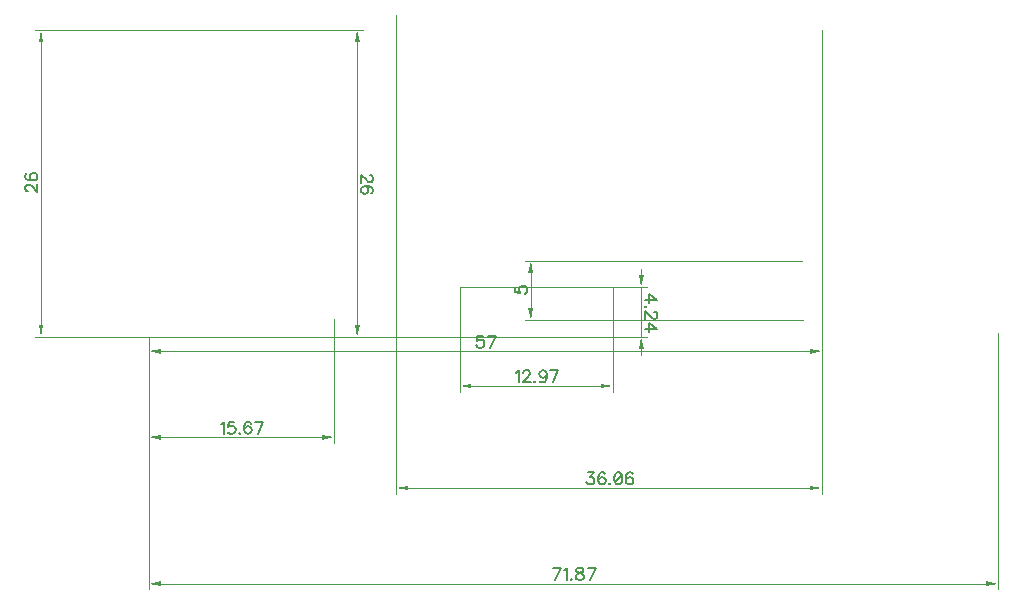
<source format=gbr>
G04 DipTrace 3.3.1.3*
G04 TopDimension.gbr*
%MOMM*%
G04 #@! TF.FileFunction,Drawing,Top*
G04 #@! TF.Part,Single*
%ADD13C,0.035*%
%ADD57C,0.15686*%
%FSLAX35Y35*%
G04*
G71*
G90*
G75*
G01*
G04 TopDimension*
%LPD*%
X-800000Y-1743120D2*
D13*
X1015880D1*
X-800000Y-4343100D2*
X1015880D1*
X965880Y-3043110D2*
Y-1843120D1*
G36*
Y-1743120D2*
X985880Y-1843120D1*
X945880D1*
X965880Y-1743120D1*
G37*
Y-3043110D2*
D13*
Y-4243100D1*
G36*
Y-4343100D2*
X945880Y-4243100D1*
X985880D1*
X965880Y-4343100D1*
G37*
X-800000D2*
D13*
Y-4514863D1*
X4900000Y-4343100D2*
Y-4514863D1*
X2050000Y-4464863D2*
X-700000D1*
G36*
X-800000D2*
X-700000Y-4444863D1*
Y-4484863D1*
X-800000Y-4464863D1*
G37*
X2050000D2*
D13*
X4800000D1*
G36*
X4900000D2*
X4800000Y-4484863D1*
Y-4444863D1*
X4900000Y-4464863D1*
G37*
X-800000Y-1743120D2*
D13*
X-1762017D1*
X-800000Y-4343100D2*
X-1762017D1*
X-1712017Y-3043110D2*
Y-1843120D1*
G36*
Y-1743120D2*
X-1692017Y-1843120D1*
X-1732017D1*
X-1712017Y-1743120D1*
G37*
Y-3043110D2*
D13*
Y-4243100D1*
G36*
Y-4343100D2*
X-1732017Y-4243100D1*
X-1692017D1*
X-1712017Y-4343100D1*
G37*
X1832913Y-3919347D2*
D13*
Y-4809440D1*
X3129780Y-3919347D2*
Y-4809440D1*
X2481347Y-4759440D2*
X1932913D1*
G36*
X1832913D2*
X1932913Y-4739440D1*
Y-4779440D1*
X1832913Y-4759440D1*
G37*
X2481347D2*
D13*
X3029780D1*
G36*
X3129780D2*
X3029780Y-4779440D1*
Y-4739440D1*
X3129780Y-4759440D1*
G37*
X-800000Y-4343100D2*
D13*
Y-5244923D1*
X766673Y-4192523D2*
Y-5244923D1*
X-16663Y-5194923D2*
X-700000D1*
G36*
X-800000D2*
X-700000Y-5174923D1*
Y-5214923D1*
X-800000Y-5194923D1*
G37*
X-16663D2*
D13*
X666673D1*
G36*
X766673D2*
X666673Y-5214923D1*
Y-5174923D1*
X766673Y-5194923D1*
G37*
X4900000Y-1743120D2*
D13*
Y-5673543D1*
X1293543Y-1616753D2*
Y-5673543D1*
X3096772Y-5623543D2*
X4800000D1*
G36*
X4900000D2*
X4800000Y-5643543D1*
Y-5603543D1*
X4900000Y-5623543D1*
G37*
X3096772D2*
D13*
X1393543D1*
G36*
X1293543D2*
X1393543Y-5603543D1*
Y-5643543D1*
X1293543Y-5623543D1*
G37*
X4727267Y-3700713D2*
D13*
X2385197D1*
X4737267Y-4200713D2*
X2385197D1*
X2435197Y-3950713D2*
Y-3800713D1*
G36*
Y-3700713D2*
X2455197Y-3800713D1*
X2415197D1*
X2435197Y-3700713D1*
G37*
Y-3950713D2*
D13*
Y-4100713D1*
G36*
Y-4200713D2*
X2415197Y-4100713D1*
X2455197D1*
X2435197Y-4200713D1*
G37*
X1832913Y-3919347D2*
D13*
X3421277D1*
X-800000Y-4343100D2*
X3421277D1*
X3371277Y-3919347D2*
Y-4343100D1*
Y-3769347D2*
Y-3819347D1*
G36*
Y-3919347D2*
X3351277Y-3819347D1*
X3391277D1*
X3371277Y-3919347D1*
G37*
Y-4493100D2*
D13*
Y-4443100D1*
G36*
Y-4343100D2*
X3391277Y-4443100D1*
X3351277D1*
X3371277Y-4343100D1*
G37*
X-800000D2*
D13*
Y-6481117D1*
X6387267Y-4310713D2*
Y-6481117D1*
X2793633Y-6431117D2*
X-700000D1*
G36*
X-800000D2*
X-700000Y-6411117D1*
Y-6451117D1*
X-800000Y-6431117D1*
G37*
X2793633D2*
D13*
X6287267D1*
G36*
X6387267D2*
X6287267Y-6451117D1*
Y-6411117D1*
X6387267Y-6431117D1*
G37*
X1074612Y-2974621D2*
D57*
X1079441D1*
X1089212Y-2979450D1*
X1094041Y-2984279D1*
X1098871Y-2994050D1*
Y-3013479D1*
X1094041Y-3023138D1*
X1089212Y-3027967D1*
X1079441Y-3032908D1*
X1069783D1*
X1060012Y-3027967D1*
X1045525Y-3018308D1*
X996895Y-2969679D1*
Y-3037738D1*
X1084383Y-3127398D2*
X1094041Y-3122569D1*
X1098871Y-3107969D1*
Y-3098310D1*
X1094041Y-3083710D1*
X1079441Y-3073939D1*
X1055183Y-3069110D1*
X1030925D1*
X1011495Y-3073939D1*
X1001725Y-3083710D1*
X996895Y-3098310D1*
Y-3103139D1*
X1001725Y-3117627D1*
X1011495Y-3127398D1*
X1026095Y-3132227D1*
X1030925D1*
X1045525Y-3127398D1*
X1055183Y-3117627D1*
X1060012Y-3103139D1*
Y-3098310D1*
X1055183Y-3083710D1*
X1045525Y-3073939D1*
X1030925Y-3069110D1*
X2032386Y-4331873D2*
X1983869D1*
X1979040Y-4375560D1*
X1983869Y-4370731D1*
X1998469Y-4365790D1*
X2012957D1*
X2027557Y-4370731D1*
X2037328Y-4380390D1*
X2042157Y-4394990D1*
Y-4404648D1*
X2037328Y-4419248D1*
X2027557Y-4429019D1*
X2012957Y-4433848D1*
X1998469D1*
X1983869Y-4429019D1*
X1979040Y-4424077D1*
X1974098Y-4414419D1*
X2092959Y-4433848D2*
X2141588Y-4331873D1*
X2073529D1*
X-1820749Y-3111599D2*
X-1825578D1*
X-1835349Y-3106770D1*
X-1840178Y-3101941D1*
X-1845007Y-3092170D1*
Y-3072741D1*
X-1840178Y-3063082D1*
X-1835349Y-3058253D1*
X-1825578Y-3053312D1*
X-1815920D1*
X-1806149Y-3058253D1*
X-1791661Y-3067912D1*
X-1743032Y-3116541D1*
Y-3048482D1*
X-1830520Y-2958822D2*
X-1840178Y-2963651D1*
X-1845007Y-2978251D1*
Y-2987910D1*
X-1840178Y-3002510D1*
X-1825578Y-3012281D1*
X-1801320Y-3017110D1*
X-1777061D1*
X-1757632Y-3012281D1*
X-1747861Y-3002510D1*
X-1743032Y-2987910D1*
Y-2983081D1*
X-1747861Y-2968593D1*
X-1757632Y-2958822D1*
X-1772232Y-2953993D1*
X-1777061D1*
X-1791661Y-2958822D1*
X-1801320Y-2968593D1*
X-1806149Y-2983081D1*
Y-2987910D1*
X-1801320Y-3002510D1*
X-1791661Y-3012281D1*
X-1777061Y-3017110D1*
X2309701Y-4645879D2*
X2319472Y-4640937D1*
X2334072Y-4626449D1*
Y-4728425D1*
X2370386Y-4650708D2*
Y-4645879D1*
X2375215Y-4636108D1*
X2380044Y-4631279D1*
X2389815Y-4626449D1*
X2409244D1*
X2418903Y-4631279D1*
X2423732Y-4636108D1*
X2428673Y-4645879D1*
Y-4655537D1*
X2423732Y-4665308D1*
X2414073Y-4679795D1*
X2365444Y-4728425D1*
X2433503D1*
X2469704Y-4718654D2*
X2464875Y-4723595D1*
X2469704Y-4728425D1*
X2474646Y-4723595D1*
X2469704Y-4718654D1*
X2569248Y-4660366D2*
X2564306Y-4674966D1*
X2554648Y-4684737D1*
X2540048Y-4689566D1*
X2535219D1*
X2520619Y-4684737D1*
X2510960Y-4674966D1*
X2506019Y-4660366D1*
Y-4655537D1*
X2510960Y-4640937D1*
X2520619Y-4631279D1*
X2535219Y-4626449D1*
X2540048D1*
X2554648Y-4631279D1*
X2564306Y-4640937D1*
X2569248Y-4660366D1*
Y-4684737D1*
X2564306Y-4708995D1*
X2554648Y-4723595D1*
X2540048Y-4728425D1*
X2530389D1*
X2515789Y-4723595D1*
X2510960Y-4713825D1*
X2620050Y-4728425D2*
X2668679Y-4626449D1*
X2600620D1*
X-188253Y-5081362D2*
X-178482Y-5076420D1*
X-163882Y-5061933D1*
Y-5163908D1*
X-74222Y-5061933D2*
X-122739D1*
X-127568Y-5105620D1*
X-122739Y-5100791D1*
X-108139Y-5095850D1*
X-93651D1*
X-79051Y-5100791D1*
X-69280Y-5110450D1*
X-64451Y-5125050D1*
Y-5134708D1*
X-69280Y-5149308D1*
X-79051Y-5159079D1*
X-93651Y-5163908D1*
X-108139D1*
X-122739Y-5159079D1*
X-127568Y-5154137D1*
X-132510Y-5144479D1*
X-28249Y-5154137D2*
X-33079Y-5159079D1*
X-28249Y-5163908D1*
X-23308Y-5159079D1*
X-28249Y-5154137D1*
X66352Y-5076420D2*
X61523Y-5066762D1*
X46923Y-5061933D1*
X37265D1*
X22665Y-5066762D1*
X12894Y-5081362D1*
X8065Y-5105620D1*
Y-5129879D1*
X12894Y-5149308D1*
X22665Y-5159079D1*
X37265Y-5163908D1*
X42094D1*
X56582Y-5159079D1*
X66352Y-5149308D1*
X71182Y-5134708D1*
Y-5129879D1*
X66352Y-5115279D1*
X56582Y-5105620D1*
X42094Y-5100791D1*
X37265D1*
X22665Y-5105620D1*
X12894Y-5115279D1*
X8065Y-5129879D1*
X121983Y-5163908D2*
X170613Y-5061933D1*
X102554D1*
X2915580Y-5490553D2*
X2968926D1*
X2939838Y-5529411D1*
X2954438D1*
X2964097Y-5534240D1*
X2968926Y-5539070D1*
X2973867Y-5553670D1*
Y-5563328D1*
X2968926Y-5577928D1*
X2959267Y-5587699D1*
X2944667Y-5592528D1*
X2930067D1*
X2915580Y-5587699D1*
X2910750Y-5582757D1*
X2905809Y-5573099D1*
X3063528Y-5505040D2*
X3058698Y-5495382D1*
X3044098Y-5490553D1*
X3034440D1*
X3019840Y-5495382D1*
X3010069Y-5509982D1*
X3005240Y-5534240D1*
Y-5558499D1*
X3010069Y-5577928D1*
X3019840Y-5587699D1*
X3034440Y-5592528D1*
X3039269D1*
X3053757Y-5587699D1*
X3063528Y-5577928D1*
X3068357Y-5563328D1*
Y-5558499D1*
X3063528Y-5543899D1*
X3053757Y-5534240D1*
X3039269Y-5529411D1*
X3034440D1*
X3019840Y-5534240D1*
X3010069Y-5543899D1*
X3005240Y-5558499D1*
X3104559Y-5582757D2*
X3099729Y-5587699D1*
X3104559Y-5592528D1*
X3109500Y-5587699D1*
X3104559Y-5582757D1*
X3170073Y-5490553D2*
X3155473Y-5495382D1*
X3145702Y-5509982D1*
X3140873Y-5534240D1*
Y-5548840D1*
X3145702Y-5573099D1*
X3155473Y-5587699D1*
X3170073Y-5592528D1*
X3179731D1*
X3194331Y-5587699D1*
X3203990Y-5573099D1*
X3208931Y-5548840D1*
Y-5534240D1*
X3203990Y-5509982D1*
X3194331Y-5495382D1*
X3179731Y-5490553D1*
X3170073D1*
X3203990Y-5509982D2*
X3145702Y-5573099D1*
X3298591Y-5505040D2*
X3293762Y-5495382D1*
X3279162Y-5490553D1*
X3269504D1*
X3254904Y-5495382D1*
X3245133Y-5509982D1*
X3240304Y-5534240D1*
Y-5558499D1*
X3245133Y-5577928D1*
X3254904Y-5587699D1*
X3269504Y-5592528D1*
X3274333D1*
X3288821Y-5587699D1*
X3298591Y-5577928D1*
X3303421Y-5563328D1*
Y-5558499D1*
X3298591Y-5543899D1*
X3288821Y-5534240D1*
X3274333Y-5529411D1*
X3269504D1*
X3254904Y-5534240D1*
X3245133Y-5543899D1*
X3240304Y-5558499D1*
X2302206Y-3918612D2*
Y-3967129D1*
X2345894Y-3971958D1*
X2341064Y-3967129D1*
X2336123Y-3952529D1*
Y-3938041D1*
X2341064Y-3923441D1*
X2350723Y-3913670D1*
X2365323Y-3908841D1*
X2374981D1*
X2389581Y-3913670D1*
X2399352Y-3923441D1*
X2404181Y-3938041D1*
Y-3952529D1*
X2399352Y-3967129D1*
X2394411Y-3971958D1*
X2384752Y-3976899D1*
X3402292Y-4028835D2*
X3504267D1*
X3436321Y-3980205D1*
Y-4053093D1*
X3412063Y-4089295D2*
X3407121Y-4084466D1*
X3402292Y-4089295D1*
X3407121Y-4094236D1*
X3412063Y-4089295D1*
X3480009Y-4130550D2*
X3484838D1*
X3494609Y-4135380D1*
X3499438Y-4140209D1*
X3504267Y-4149980D1*
Y-4169409D1*
X3499438Y-4179067D1*
X3494609Y-4183897D1*
X3484838Y-4188838D1*
X3475180D1*
X3465409Y-4183897D1*
X3450921Y-4174238D1*
X3402292Y-4125609D1*
Y-4193667D1*
Y-4273669D2*
X3504267D1*
X3436321Y-4225040D1*
Y-4297928D1*
X2639058Y-6400101D2*
X2687688Y-6298126D1*
X2619629D1*
X2719060Y-6317555D2*
X2728831Y-6312614D1*
X2743431Y-6298126D1*
Y-6400101D1*
X2779633Y-6390331D2*
X2774803Y-6395272D1*
X2779633Y-6400101D1*
X2784574Y-6395272D1*
X2779633Y-6390331D1*
X2840205Y-6298126D2*
X2825717Y-6302955D1*
X2820776Y-6312614D1*
Y-6322384D1*
X2825717Y-6332043D1*
X2835376Y-6336984D1*
X2854805Y-6341814D1*
X2869405Y-6346643D1*
X2879064Y-6356414D1*
X2883893Y-6366072D1*
Y-6380672D1*
X2879064Y-6390331D1*
X2874234Y-6395272D1*
X2859634Y-6400101D1*
X2840205D1*
X2825717Y-6395272D1*
X2820776Y-6390331D1*
X2815947Y-6380672D1*
Y-6366072D1*
X2820776Y-6356414D1*
X2830547Y-6346643D1*
X2845034Y-6341814D1*
X2864464Y-6336984D1*
X2874234Y-6332043D1*
X2879064Y-6322384D1*
Y-6312614D1*
X2874234Y-6302955D1*
X2859634Y-6298126D1*
X2840205D1*
X2934695Y-6400101D2*
X2983324Y-6298126D1*
X2915265D1*
M02*

</source>
